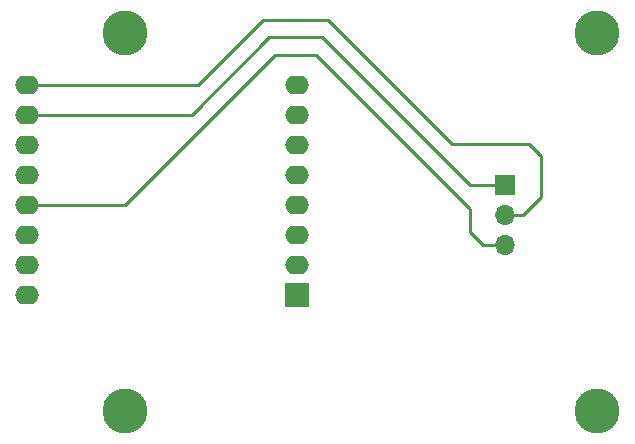
<source format=gbr>
%TF.GenerationSoftware,KiCad,Pcbnew,8.0.3*%
%TF.CreationDate,2025-06-16T15:41:18+02:00*%
%TF.ProjectId,gate-driver,67617465-2d64-4726-9976-65722e6b6963,rev?*%
%TF.SameCoordinates,Original*%
%TF.FileFunction,Copper,L1,Top*%
%TF.FilePolarity,Positive*%
%FSLAX46Y46*%
G04 Gerber Fmt 4.6, Leading zero omitted, Abs format (unit mm)*
G04 Created by KiCad (PCBNEW 8.0.3) date 2025-06-16 15:41:18*
%MOMM*%
%LPD*%
G01*
G04 APERTURE LIST*
%TA.AperFunction,ComponentPad*%
%ADD10R,1.700000X1.700000*%
%TD*%
%TA.AperFunction,ComponentPad*%
%ADD11O,1.700000X1.700000*%
%TD*%
%TA.AperFunction,ComponentPad*%
%ADD12C,3.800000*%
%TD*%
%TA.AperFunction,ComponentPad*%
%ADD13R,2.000000X2.000000*%
%TD*%
%TA.AperFunction,ComponentPad*%
%ADD14O,2.000000X1.600000*%
%TD*%
%TA.AperFunction,Conductor*%
%ADD15C,0.250000*%
%TD*%
G04 APERTURE END LIST*
D10*
%TO.P,J1,1,Pin_1*%
%TO.N,GND*%
X132205000Y-62870000D03*
D11*
%TO.P,J1,2,Pin_2*%
%TO.N,+5V*%
X132205000Y-65410000D03*
%TO.P,J1,3,Pin_3*%
%TO.N,Net-(J1-Pin_3)*%
X132205000Y-67950000D03*
%TD*%
D12*
%TO.P,REF\u002A\u002A,1*%
%TO.N,N/C*%
X100000000Y-82000000D03*
%TD*%
%TO.P,REF\u002A\u002A,1*%
%TO.N,N/C*%
X100000000Y-50000000D03*
%TD*%
%TO.P,REF\u002A\u002A,1*%
%TO.N,N/C*%
X140000000Y-50000000D03*
%TD*%
%TO.P,REF\u002A\u002A,1*%
%TO.N,N/C*%
X140000000Y-82000000D03*
%TD*%
D13*
%TO.P,U1,1,~{RST}*%
%TO.N,unconnected-(U1-~{RST}-Pad1)*%
X114565000Y-72150000D03*
D14*
%TO.P,U1,2,A0*%
%TO.N,unconnected-(U1-A0-Pad2)*%
X114565000Y-69610000D03*
%TO.P,U1,3,D0*%
%TO.N,unconnected-(U1-D0-Pad3)*%
X114565000Y-67070000D03*
%TO.P,U1,4,SCK/D5*%
%TO.N,unconnected-(U1-SCK{slash}D5-Pad4)*%
X114565000Y-64530000D03*
%TO.P,U1,5,MISO/D6*%
%TO.N,unconnected-(U1-MISO{slash}D6-Pad5)*%
X114565000Y-61990000D03*
%TO.P,U1,6,MOSI/D7*%
%TO.N,unconnected-(U1-MOSI{slash}D7-Pad6)*%
X114565000Y-59450000D03*
%TO.P,U1,7,CS/D8*%
%TO.N,unconnected-(U1-CS{slash}D8-Pad7)*%
X114565000Y-56910000D03*
%TO.P,U1,8,3V3*%
%TO.N,unconnected-(U1-3V3-Pad8)*%
X114565000Y-54370000D03*
%TO.P,U1,9,5V*%
%TO.N,+5V*%
X91705000Y-54370000D03*
%TO.P,U1,10,GND*%
%TO.N,GND*%
X91705000Y-56910000D03*
%TO.P,U1,11,D4*%
%TO.N,unconnected-(U1-D4-Pad11)*%
X91705000Y-59450000D03*
%TO.P,U1,12,D3*%
%TO.N,unconnected-(U1-D3-Pad12)*%
X91705000Y-61990000D03*
%TO.P,U1,13,SDA/D2*%
%TO.N,Net-(J1-Pin_3)*%
X91705000Y-64530000D03*
%TO.P,U1,14,SCL/D1*%
%TO.N,unconnected-(U1-SCL{slash}D1-Pad14)*%
X91705000Y-67070000D03*
%TO.P,U1,15,RX*%
%TO.N,unconnected-(U1-RX-Pad15)*%
X91705000Y-69610000D03*
%TO.P,U1,16,TX*%
%TO.N,unconnected-(U1-TX-Pad16)*%
X91705000Y-72150000D03*
%TD*%
D15*
%TO.N,Net-(J1-Pin_3)*%
X91705000Y-64530000D02*
X100045000Y-64530000D01*
X100045000Y-64530000D02*
X112705000Y-51870000D01*
X112705000Y-51870000D02*
X116205000Y-51870000D01*
X116205000Y-51870000D02*
X129205000Y-64870000D01*
X129205000Y-64870000D02*
X129205000Y-66870000D01*
X129205000Y-66870000D02*
X130285000Y-67950000D01*
X130285000Y-67950000D02*
X132205000Y-67950000D01*
%TO.N,GND*%
X91705000Y-56910000D02*
X105665000Y-56910000D01*
X129205000Y-62870000D02*
X132205000Y-62870000D01*
X105665000Y-56910000D02*
X112205000Y-50370000D01*
X112205000Y-50370000D02*
X116705000Y-50370000D01*
X116705000Y-50370000D02*
X129205000Y-62870000D01*
%TO.N,+5V*%
X133665000Y-65410000D02*
X132205000Y-65410000D01*
X134205000Y-59370000D02*
X135205000Y-60370000D01*
X135205000Y-60370000D02*
X135205000Y-63870000D01*
X127705000Y-59370000D02*
X134205000Y-59370000D01*
X135205000Y-63870000D02*
X133665000Y-65410000D01*
X117205000Y-48870000D02*
X127705000Y-59370000D01*
X111705000Y-48870000D02*
X117205000Y-48870000D01*
X106205000Y-54370000D02*
X111705000Y-48870000D01*
X91705000Y-54370000D02*
X106205000Y-54370000D01*
%TD*%
M02*

</source>
